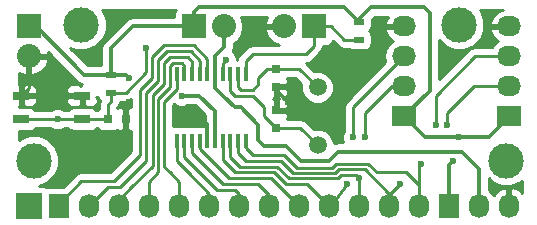
<source format=gbr>
G04 #@! TF.FileFunction,Copper,L1,Top,Signal*
%FSLAX46Y46*%
G04 Gerber Fmt 4.6, Leading zero omitted, Abs format (unit mm)*
G04 Created by KiCad (PCBNEW 0.201510100348+6257~30~ubuntu14.04.1-product) date jeu. 15 oct. 2015 23:40:22 CEST*
%MOMM*%
G01*
G04 APERTURE LIST*
%ADD10C,0.100000*%
%ADD11R,0.750000X0.800000*%
%ADD12R,0.800000X0.750000*%
%ADD13R,2.032000X2.032000*%
%ADD14O,2.032000X2.032000*%
%ADD15R,1.727200X2.032000*%
%ADD16O,1.727200X2.032000*%
%ADD17R,2.235200X2.235200*%
%ADD18R,2.032000X1.727200*%
%ADD19O,2.032000X1.727200*%
%ADD20R,0.900000X0.500000*%
%ADD21R,1.450000X0.700000*%
%ADD22R,0.300000X1.200000*%
%ADD23C,3.000000*%
%ADD24C,1.501140*%
%ADD25C,0.600000*%
%ADD26C,0.250000*%
%ADD27C,0.350000*%
%ADD28C,0.254000*%
G04 APERTURE END LIST*
D10*
D11*
X136500000Y-107750000D03*
X136500000Y-109250000D03*
X136500000Y-112750000D03*
X136500000Y-111250000D03*
D12*
X122250000Y-112000000D03*
X123750000Y-112000000D03*
D13*
X129540000Y-104140000D03*
D14*
X132080000Y-104140000D03*
D15*
X118110000Y-119380000D03*
D16*
X120650000Y-119380000D03*
X123190000Y-119380000D03*
X125730000Y-119380000D03*
X128270000Y-119380000D03*
X130810000Y-119380000D03*
X133350000Y-119380000D03*
X135890000Y-119380000D03*
X138430000Y-119380000D03*
X140970000Y-119380000D03*
X143510000Y-119380000D03*
X146050000Y-119380000D03*
X148590000Y-119380000D03*
D17*
X115570000Y-119380000D03*
D13*
X139700000Y-104140000D03*
D14*
X137160000Y-104140000D03*
D13*
X115570000Y-104140000D03*
D14*
X115570000Y-106680000D03*
D15*
X151130000Y-119380000D03*
D16*
X153670000Y-119380000D03*
X156210000Y-119380000D03*
D18*
X156210000Y-111760000D03*
D19*
X156210000Y-109220000D03*
X156210000Y-106680000D03*
X156210000Y-104140000D03*
D18*
X147320000Y-111760000D03*
D19*
X147320000Y-109220000D03*
X147320000Y-106680000D03*
X147320000Y-104140000D03*
D20*
X143500000Y-103750000D03*
X143500000Y-105250000D03*
X122500000Y-108250000D03*
X122500000Y-109750000D03*
D21*
X120075000Y-110000000D03*
X114925000Y-110000000D03*
X114925000Y-112000000D03*
X120075000Y-112000000D03*
D22*
X133275000Y-113800000D03*
X133925000Y-113800000D03*
X132625000Y-113800000D03*
X131975000Y-113800000D03*
X131325000Y-113800000D03*
X130675000Y-113800000D03*
X130025000Y-113800000D03*
X129375000Y-113800000D03*
X128075000Y-108200000D03*
X128725000Y-108200000D03*
X129375000Y-108200000D03*
X130025000Y-108200000D03*
X133925000Y-108200000D03*
X133275000Y-108200000D03*
X132625000Y-108200000D03*
X131975000Y-108200000D03*
X131325000Y-108200000D03*
X130675000Y-108200000D03*
X128725000Y-113800000D03*
X128075000Y-113800000D03*
D23*
X120000000Y-104000000D03*
X156000000Y-115500000D03*
X152000000Y-104000000D03*
X116000000Y-115500000D03*
D24*
X140000000Y-109309060D03*
X140000000Y-114190940D03*
D25*
X130250000Y-112000000D03*
X121000000Y-107000000D03*
X137500000Y-110500000D03*
X124000000Y-110500000D03*
X125500000Y-106000000D03*
X132250000Y-107000000D03*
X118000000Y-112000000D03*
X128500000Y-110000000D03*
X124000000Y-108500000D03*
X152000000Y-113500000D03*
X151500000Y-115500000D03*
X143000000Y-113500000D03*
X142500000Y-117500000D03*
X144000000Y-113500000D03*
X143500000Y-117000000D03*
X151000000Y-112500000D03*
X147000000Y-117500000D03*
X150000000Y-112500000D03*
X148750000Y-115750000D03*
D26*
X136500000Y-107750000D02*
X138440940Y-107750000D01*
X138440940Y-107750000D02*
X140000000Y-109309060D01*
X133275000Y-108200000D02*
X133275000Y-109275000D01*
X135750000Y-107750000D02*
X136500000Y-107750000D01*
X135000000Y-108500000D02*
X135750000Y-107750000D01*
X135000000Y-109000000D02*
X135000000Y-108500000D01*
X134500000Y-109500000D02*
X135000000Y-109000000D01*
X133500000Y-109500000D02*
X134500000Y-109500000D01*
X133275000Y-109275000D02*
X133500000Y-109500000D01*
D27*
X130675000Y-113800000D02*
X130675000Y-112425000D01*
X130675000Y-112425000D02*
X130250000Y-112000000D01*
D26*
X136500000Y-109250000D02*
X136500000Y-111250000D01*
X137500000Y-110500000D02*
X136500000Y-109500000D01*
X136500000Y-109500000D02*
X136500000Y-109250000D01*
X114925000Y-110000000D02*
X120075000Y-110000000D01*
X115570000Y-106680000D02*
X115570000Y-109355000D01*
X115570000Y-109355000D02*
X114925000Y-110000000D01*
X123750000Y-110750000D02*
X123750000Y-112000000D01*
X124000000Y-110500000D02*
X123750000Y-110750000D01*
X136500000Y-112750000D02*
X138559060Y-112750000D01*
X138559060Y-112750000D02*
X140000000Y-114190940D01*
X132625000Y-108200000D02*
X132625000Y-109625000D01*
X135500000Y-111750000D02*
X136500000Y-112750000D01*
X135500000Y-111000000D02*
X135500000Y-111750000D01*
X134500000Y-110000000D02*
X135500000Y-111000000D01*
X133000000Y-110000000D02*
X134500000Y-110000000D01*
X132625000Y-109625000D02*
X133000000Y-110000000D01*
X136500000Y-112750000D02*
X136250000Y-112750000D01*
X131975000Y-108200000D02*
X131975000Y-107275000D01*
X131975000Y-107275000D02*
X132250000Y-107000000D01*
X122500000Y-109750000D02*
X123750000Y-109750000D01*
X123750000Y-109750000D02*
X125500000Y-108000000D01*
X125500000Y-108000000D02*
X125500000Y-106500000D01*
X125500000Y-106500000D02*
X125500000Y-106000000D01*
X132225000Y-107025000D02*
X132250000Y-107000000D01*
X122250000Y-112000000D02*
X122250000Y-110750000D01*
X122500000Y-110500000D02*
X122500000Y-109750000D01*
X122250000Y-110750000D02*
X122500000Y-110500000D01*
X120075000Y-112000000D02*
X122250000Y-112000000D01*
X114925000Y-112000000D02*
X118000000Y-112000000D01*
X120075000Y-112000000D02*
X118000000Y-112000000D01*
D27*
X131325000Y-113800000D02*
X131325000Y-111325000D01*
X123750000Y-108250000D02*
X122500000Y-108250000D01*
X123750000Y-108250000D02*
X124000000Y-108500000D01*
X130000000Y-110000000D02*
X128500000Y-110000000D01*
X131325000Y-111325000D02*
X130000000Y-110000000D01*
D26*
X143500000Y-103750000D02*
X143500000Y-103500000D01*
D27*
X143500000Y-103500000D02*
X144500000Y-102500000D01*
X149500000Y-109580000D02*
X147320000Y-111760000D01*
X149500000Y-103000000D02*
X149500000Y-109580000D01*
X149000000Y-102500000D02*
X149500000Y-103000000D01*
X144500000Y-102500000D02*
X149000000Y-102500000D01*
X129540000Y-104140000D02*
X129540000Y-102960000D01*
X142250000Y-102500000D02*
X143500000Y-103750000D01*
X130000000Y-102500000D02*
X142250000Y-102500000D01*
X129540000Y-102960000D02*
X130000000Y-102500000D01*
X122500000Y-108250000D02*
X122500000Y-106000000D01*
X124360000Y-104140000D02*
X129540000Y-104140000D01*
X122500000Y-106000000D02*
X124360000Y-104140000D01*
D26*
X115570000Y-104140000D02*
X116140000Y-104140000D01*
D27*
X116140000Y-104140000D02*
X120250000Y-108250000D01*
X120250000Y-108250000D02*
X122500000Y-108250000D01*
X151130000Y-119380000D02*
X151130000Y-115870000D01*
X151500000Y-115500000D02*
X151130000Y-115870000D01*
D26*
X156210000Y-111760000D02*
X156210000Y-111790000D01*
D27*
X156210000Y-111790000D02*
X154500000Y-113500000D01*
X154500000Y-113500000D02*
X152000000Y-113500000D01*
X152000000Y-113500000D02*
X149060000Y-113500000D01*
X149060000Y-113500000D02*
X147320000Y-111760000D01*
X141250000Y-115250000D02*
X141249994Y-115250000D01*
X135000000Y-113750000D02*
X135500000Y-114250000D01*
X131325000Y-108200000D02*
X131325000Y-109325000D01*
X135000000Y-113500000D02*
X135000000Y-113000000D01*
X135000000Y-113000000D02*
X135000000Y-112500000D01*
X135000000Y-112500000D02*
X133500000Y-111000000D01*
X133500000Y-111000000D02*
X133000000Y-111000000D01*
X133000000Y-111000000D02*
X132000000Y-110000000D01*
X131325000Y-109325000D02*
X132000000Y-110000000D01*
X135000000Y-113500000D02*
X135000000Y-113750000D01*
X141750000Y-114750000D02*
X141250000Y-115250000D01*
X153670000Y-116170000D02*
X153670000Y-119380000D01*
X152250000Y-114750000D02*
X153670000Y-116170000D01*
X152250000Y-114750000D02*
X141750000Y-114750000D01*
X137350000Y-114250000D02*
X135500000Y-114250000D01*
X138600000Y-115500000D02*
X137350000Y-114250000D01*
X140999994Y-115500000D02*
X138600000Y-115500000D01*
X141249994Y-115250000D02*
X140999994Y-115500000D01*
X131325000Y-108200000D02*
X131325000Y-106675000D01*
X132080000Y-105920000D02*
X132080000Y-104140000D01*
X131325000Y-106675000D02*
X132080000Y-105920000D01*
D26*
X118110000Y-119380000D02*
X118110000Y-119140000D01*
X118110000Y-119140000D02*
X120000000Y-117250000D01*
X130675000Y-108200000D02*
X130675000Y-106925000D01*
X122750000Y-117250000D02*
X120000000Y-117250000D01*
X125000000Y-115000000D02*
X122750000Y-117250000D01*
X125000000Y-109500000D02*
X125000000Y-115000000D01*
X126000000Y-108500000D02*
X125000000Y-109500000D01*
X126000000Y-106750000D02*
X126000000Y-108500000D01*
X127000000Y-105750000D02*
X126000000Y-106750000D01*
X129500000Y-105750000D02*
X127000000Y-105750000D01*
X130675000Y-106925000D02*
X129500000Y-105750000D01*
X130025000Y-108200000D02*
X130025000Y-107025000D01*
X122280000Y-117750000D02*
X120650000Y-119380000D01*
X123250000Y-117750000D02*
X122280000Y-117750000D01*
X125500000Y-115500000D02*
X123250000Y-117750000D01*
X125500000Y-109750000D02*
X125500000Y-115500000D01*
X126500000Y-108750000D02*
X125500000Y-109750000D01*
X126500000Y-107000000D02*
X126500000Y-108750000D01*
X127250000Y-106250000D02*
X126500000Y-107000000D01*
X129250000Y-106250000D02*
X127250000Y-106250000D01*
X130025000Y-107025000D02*
X129250000Y-106250000D01*
X123190000Y-119380000D02*
X123190000Y-118810000D01*
X123190000Y-118810000D02*
X124250000Y-117750000D01*
X129375000Y-108200000D02*
X129375000Y-107125000D01*
X126049998Y-115950002D02*
X124250000Y-117750000D01*
X126049998Y-109950002D02*
X126049998Y-115950002D01*
X127000000Y-109000000D02*
X126049998Y-109950002D01*
X127000000Y-107250000D02*
X127000000Y-109000000D01*
X127500000Y-106750000D02*
X127000000Y-107250000D01*
X129000000Y-106750000D02*
X127500000Y-106750000D01*
X129375000Y-107125000D02*
X129000000Y-106750000D01*
X125730000Y-119380000D02*
X125730000Y-117270000D01*
X128725000Y-107475000D02*
X128500000Y-107250000D01*
X128500000Y-107250000D02*
X127750000Y-107250000D01*
X127750000Y-107250000D02*
X127500000Y-107500000D01*
X127500000Y-107500000D02*
X127500000Y-109250000D01*
X127500000Y-109250000D02*
X126500000Y-110250000D01*
X126500000Y-110250000D02*
X126500000Y-116500000D01*
X128725000Y-107475000D02*
X128725000Y-108200000D01*
X125730000Y-117270000D02*
X126500000Y-116500000D01*
X128270000Y-119380000D02*
X128270000Y-117270000D01*
X128075000Y-109425000D02*
X127000000Y-110500000D01*
X127000000Y-110500000D02*
X127000000Y-116000000D01*
X127000000Y-116000000D02*
X127500000Y-116500000D01*
X128075000Y-109425000D02*
X128075000Y-108200000D01*
X128270000Y-117270000D02*
X127500000Y-116500000D01*
X130810000Y-119380000D02*
X130810000Y-118310000D01*
X128075000Y-115575000D02*
X129000000Y-116500000D01*
X128075000Y-115575000D02*
X128075000Y-113800000D01*
X130810000Y-118310000D02*
X129000000Y-116500000D01*
X128725000Y-113800000D02*
X128725000Y-115225000D01*
X133350000Y-118300002D02*
X133049998Y-118000000D01*
X133049998Y-118000000D02*
X131500000Y-118000000D01*
X131500000Y-118000000D02*
X130000000Y-116500000D01*
X133350000Y-118300002D02*
X133350000Y-119380000D01*
X128725000Y-115225000D02*
X130000000Y-116500000D01*
X135890000Y-119380000D02*
X135890000Y-118390000D01*
X135890000Y-118390000D02*
X135000000Y-117500000D01*
X135000000Y-117500000D02*
X134500000Y-117500000D01*
X129375000Y-113800000D02*
X129375000Y-114875000D01*
X132000000Y-117500000D02*
X134500000Y-117500000D01*
X134500000Y-117500000D02*
X134500000Y-117500000D01*
X129375000Y-114875000D02*
X132000000Y-117500000D01*
X136000000Y-117000000D02*
X136050000Y-117000000D01*
X136000000Y-117000000D02*
X135500000Y-117000000D01*
X130025000Y-113800000D02*
X130025000Y-114525000D01*
X132500000Y-117000000D02*
X135500000Y-117000000D01*
X130025000Y-114525000D02*
X132500000Y-117000000D01*
X136050000Y-117000000D02*
X138430000Y-119380000D01*
X147320000Y-106680000D02*
X145500000Y-108500000D01*
X143000000Y-111000000D02*
X145500000Y-108500000D01*
X143000000Y-113500000D02*
X143000000Y-111000000D01*
X142500000Y-117500000D02*
X141500000Y-118850000D01*
X141500000Y-118850000D02*
X140970000Y-119380000D01*
X136300000Y-116500000D02*
X137300000Y-117500000D01*
X136300000Y-116500000D02*
X133500000Y-116500000D01*
X131975000Y-113800000D02*
X131975000Y-115475000D01*
X133000000Y-116500000D02*
X133500000Y-116500000D01*
X131975000Y-115475000D02*
X133000000Y-116500000D01*
X139090000Y-117500000D02*
X140970000Y-119380000D01*
X137300000Y-117500000D02*
X139090000Y-117500000D01*
X137950002Y-117000000D02*
X137600000Y-117000000D01*
X137950002Y-117000000D02*
X141750000Y-117000000D01*
X141750000Y-117000000D02*
X142000000Y-116750000D01*
X142000000Y-116750000D02*
X143250000Y-116750000D01*
X143500000Y-117000000D02*
X143250000Y-116750000D01*
X136600000Y-116000000D02*
X133500000Y-116000000D01*
X137600000Y-117000000D02*
X136600000Y-116000000D01*
X133500000Y-116000000D02*
X133450002Y-116000000D01*
X133450002Y-116000000D02*
X132625000Y-115174998D01*
X132625000Y-115174998D02*
X132625000Y-113800000D01*
X133500000Y-116000000D02*
X133549998Y-116000000D01*
X143510000Y-119380000D02*
X143510000Y-116990000D01*
X143500000Y-117000000D02*
X143510000Y-116990000D01*
X147320000Y-109220000D02*
X146280000Y-109220000D01*
X144000000Y-111500000D02*
X144000000Y-113500000D01*
X146280000Y-109220000D02*
X144000000Y-111500000D01*
X146050000Y-119380000D02*
X146050000Y-118300000D01*
X133275000Y-114824998D02*
X133950002Y-115500000D01*
X133950002Y-115500000D02*
X136900000Y-115500000D01*
X136900000Y-115500000D02*
X137400000Y-116000000D01*
X133275000Y-114824998D02*
X133275000Y-113800000D01*
X137949998Y-116549998D02*
X137400000Y-116000000D01*
X141500000Y-116549998D02*
X137949998Y-116549998D01*
X141799998Y-116250000D02*
X141500000Y-116549998D01*
X144000000Y-116250000D02*
X141799998Y-116250000D01*
X146050000Y-118300000D02*
X144000000Y-116250000D01*
X146050000Y-119380000D02*
X146050000Y-118450000D01*
X146050000Y-118450000D02*
X147000000Y-117500000D01*
X153280000Y-109220000D02*
X156210000Y-109220000D01*
X151000000Y-111500000D02*
X153280000Y-109220000D01*
X151000000Y-112500000D02*
X151000000Y-111500000D01*
X156210000Y-109220000D02*
X155280000Y-109220000D01*
X146050000Y-119380000D02*
X146050000Y-118950000D01*
X148590000Y-119380000D02*
X148590000Y-117590000D01*
X133925000Y-114425000D02*
X134500000Y-115000000D01*
X134500000Y-115000000D02*
X135500000Y-115000000D01*
X137200000Y-115000000D02*
X135500000Y-115000000D01*
X137700000Y-115500000D02*
X137200000Y-115000000D01*
X133925000Y-114425000D02*
X133925000Y-113800000D01*
X138299996Y-116099996D02*
X137700000Y-115500000D01*
X141250000Y-116099996D02*
X138299996Y-116099996D01*
X141599996Y-115750000D02*
X141250000Y-116099996D01*
X144250000Y-115750000D02*
X141599996Y-115750000D01*
X145000000Y-116500000D02*
X144250000Y-115750000D01*
X147500000Y-116500000D02*
X145000000Y-116500000D01*
X148590000Y-117590000D02*
X147500000Y-116500000D01*
X148590000Y-115910000D02*
X148590000Y-117500000D01*
X148590000Y-117500000D02*
X148590000Y-119380000D01*
X148590000Y-115910000D02*
X148750000Y-115750000D01*
X153320000Y-106680000D02*
X156210000Y-106680000D01*
X150000000Y-110000000D02*
X153320000Y-106680000D01*
X150000000Y-112500000D02*
X150000000Y-110000000D01*
X148590000Y-115910000D02*
X148750000Y-115750000D01*
X139700000Y-104140000D02*
X141140000Y-104140000D01*
X142250000Y-105250000D02*
X143500000Y-105250000D01*
X141140000Y-104140000D02*
X142250000Y-105250000D01*
X133925000Y-108200000D02*
X133925000Y-107075000D01*
X139700000Y-105800000D02*
X139000000Y-106500000D01*
X139000000Y-106500000D02*
X135500000Y-106500000D01*
X139700000Y-105800000D02*
X139700000Y-104140000D01*
X134500000Y-106500000D02*
X135500000Y-106500000D01*
X133925000Y-107075000D02*
X134500000Y-106500000D01*
X140090000Y-103750000D02*
X139700000Y-104140000D01*
D28*
G36*
X154789041Y-117308909D02*
X155573459Y-117634628D01*
X156422815Y-117635370D01*
X157207800Y-117311020D01*
X157290000Y-117228963D01*
X157290000Y-118228453D01*
X157112036Y-118029268D01*
X156584791Y-117775291D01*
X156569026Y-117772642D01*
X156337000Y-117893783D01*
X156337000Y-119253000D01*
X156357000Y-119253000D01*
X156357000Y-119507000D01*
X156337000Y-119507000D01*
X156337000Y-119527000D01*
X156083000Y-119527000D01*
X156083000Y-119507000D01*
X156063000Y-119507000D01*
X156063000Y-119253000D01*
X156083000Y-119253000D01*
X156083000Y-117893783D01*
X155850974Y-117772642D01*
X155835209Y-117775291D01*
X155307964Y-118029268D01*
X154936461Y-118445069D01*
X154729670Y-118135585D01*
X154480000Y-117968761D01*
X154480000Y-116999328D01*
X154789041Y-117308909D01*
X154789041Y-117308909D01*
G37*
X154789041Y-117308909D02*
X155573459Y-117634628D01*
X156422815Y-117635370D01*
X157207800Y-117311020D01*
X157290000Y-117228963D01*
X157290000Y-118228453D01*
X157112036Y-118029268D01*
X156584791Y-117775291D01*
X156569026Y-117772642D01*
X156337000Y-117893783D01*
X156337000Y-119253000D01*
X156357000Y-119253000D01*
X156357000Y-119507000D01*
X156337000Y-119507000D01*
X156337000Y-119527000D01*
X156083000Y-119527000D01*
X156083000Y-119507000D01*
X156063000Y-119507000D01*
X156063000Y-119253000D01*
X156083000Y-119253000D01*
X156083000Y-117893783D01*
X155850974Y-117772642D01*
X155835209Y-117775291D01*
X155307964Y-118029268D01*
X154936461Y-118445069D01*
X154729670Y-118135585D01*
X154480000Y-117968761D01*
X154480000Y-116999328D01*
X154789041Y-117308909D01*
G36*
X115697000Y-119253000D02*
X115717000Y-119253000D01*
X115717000Y-119507000D01*
X115697000Y-119507000D01*
X115697000Y-119527000D01*
X115443000Y-119527000D01*
X115443000Y-119507000D01*
X115423000Y-119507000D01*
X115423000Y-119253000D01*
X115443000Y-119253000D01*
X115443000Y-119233000D01*
X115697000Y-119233000D01*
X115697000Y-119253000D01*
X115697000Y-119253000D01*
G37*
X115697000Y-119253000D02*
X115717000Y-119253000D01*
X115717000Y-119507000D01*
X115697000Y-119507000D01*
X115697000Y-119527000D01*
X115443000Y-119527000D01*
X115443000Y-119507000D01*
X115423000Y-119507000D01*
X115423000Y-119253000D01*
X115443000Y-119253000D01*
X115443000Y-119233000D01*
X115697000Y-119233000D01*
X115697000Y-119253000D01*
G36*
X124240000Y-110990000D02*
X124035750Y-110990000D01*
X123877000Y-111148750D01*
X123877000Y-111873000D01*
X123897000Y-111873000D01*
X123897000Y-112127000D01*
X123877000Y-112127000D01*
X123877000Y-112851250D01*
X124035750Y-113010000D01*
X124240000Y-113010000D01*
X124240000Y-114685198D01*
X122435198Y-116490000D01*
X120000000Y-116490000D01*
X119709161Y-116547852D01*
X119462599Y-116712599D01*
X118458638Y-117716560D01*
X117246400Y-117716560D01*
X117072506Y-117749281D01*
X117047298Y-117724073D01*
X116813909Y-117627400D01*
X116442104Y-117627400D01*
X117207800Y-117311020D01*
X117808909Y-116710959D01*
X118134628Y-115926541D01*
X118135370Y-115077185D01*
X117811020Y-114292200D01*
X117210959Y-113691091D01*
X116426541Y-113365372D01*
X115577185Y-113364630D01*
X114792200Y-113688980D01*
X114710000Y-113771037D01*
X114710000Y-112997440D01*
X115650000Y-112997440D01*
X115885317Y-112953162D01*
X116101441Y-112814090D01*
X116138399Y-112760000D01*
X117437537Y-112760000D01*
X117469673Y-112792192D01*
X117813201Y-112934838D01*
X118185167Y-112935162D01*
X118528943Y-112793117D01*
X118562118Y-112760000D01*
X118859243Y-112760000D01*
X118885910Y-112801441D01*
X119098110Y-112946431D01*
X119350000Y-112997440D01*
X120800000Y-112997440D01*
X121035317Y-112953162D01*
X121251441Y-112814090D01*
X121288399Y-112760000D01*
X121343156Y-112760000D01*
X121385910Y-112826441D01*
X121598110Y-112971431D01*
X121850000Y-113022440D01*
X122650000Y-113022440D01*
X122885317Y-112978162D01*
X122988646Y-112911671D01*
X122990302Y-112913327D01*
X123223691Y-113010000D01*
X123464250Y-113010000D01*
X123623000Y-112851250D01*
X123623000Y-112127000D01*
X123603000Y-112127000D01*
X123603000Y-111873000D01*
X123623000Y-111873000D01*
X123623000Y-111148750D01*
X123464250Y-110990000D01*
X123223691Y-110990000D01*
X123010000Y-111078514D01*
X123010000Y-111064802D01*
X123037401Y-111037401D01*
X123202148Y-110790840D01*
X123247430Y-110563193D01*
X123330095Y-110510000D01*
X123750000Y-110510000D01*
X124040839Y-110452148D01*
X124240000Y-110319073D01*
X124240000Y-110990000D01*
X124240000Y-110990000D01*
G37*
X124240000Y-110990000D02*
X124035750Y-110990000D01*
X123877000Y-111148750D01*
X123877000Y-111873000D01*
X123897000Y-111873000D01*
X123897000Y-112127000D01*
X123877000Y-112127000D01*
X123877000Y-112851250D01*
X124035750Y-113010000D01*
X124240000Y-113010000D01*
X124240000Y-114685198D01*
X122435198Y-116490000D01*
X120000000Y-116490000D01*
X119709161Y-116547852D01*
X119462599Y-116712599D01*
X118458638Y-117716560D01*
X117246400Y-117716560D01*
X117072506Y-117749281D01*
X117047298Y-117724073D01*
X116813909Y-117627400D01*
X116442104Y-117627400D01*
X117207800Y-117311020D01*
X117808909Y-116710959D01*
X118134628Y-115926541D01*
X118135370Y-115077185D01*
X117811020Y-114292200D01*
X117210959Y-113691091D01*
X116426541Y-113365372D01*
X115577185Y-113364630D01*
X114792200Y-113688980D01*
X114710000Y-113771037D01*
X114710000Y-112997440D01*
X115650000Y-112997440D01*
X115885317Y-112953162D01*
X116101441Y-112814090D01*
X116138399Y-112760000D01*
X117437537Y-112760000D01*
X117469673Y-112792192D01*
X117813201Y-112934838D01*
X118185167Y-112935162D01*
X118528943Y-112793117D01*
X118562118Y-112760000D01*
X118859243Y-112760000D01*
X118885910Y-112801441D01*
X119098110Y-112946431D01*
X119350000Y-112997440D01*
X120800000Y-112997440D01*
X121035317Y-112953162D01*
X121251441Y-112814090D01*
X121288399Y-112760000D01*
X121343156Y-112760000D01*
X121385910Y-112826441D01*
X121598110Y-112971431D01*
X121850000Y-113022440D01*
X122650000Y-113022440D01*
X122885317Y-112978162D01*
X122988646Y-112911671D01*
X122990302Y-112913327D01*
X123223691Y-113010000D01*
X123464250Y-113010000D01*
X123623000Y-112851250D01*
X123623000Y-112127000D01*
X123603000Y-112127000D01*
X123603000Y-111873000D01*
X123623000Y-111873000D01*
X123623000Y-111148750D01*
X123464250Y-110990000D01*
X123223691Y-110990000D01*
X123010000Y-111078514D01*
X123010000Y-111064802D01*
X123037401Y-111037401D01*
X123202148Y-110790840D01*
X123247430Y-110563193D01*
X123330095Y-110510000D01*
X123750000Y-110510000D01*
X124040839Y-110452148D01*
X124240000Y-110319073D01*
X124240000Y-110990000D01*
G36*
X145715291Y-103765209D02*
X145712642Y-103780974D01*
X145833783Y-104013000D01*
X147193000Y-104013000D01*
X147193000Y-103993000D01*
X147447000Y-103993000D01*
X147447000Y-104013000D01*
X147467000Y-104013000D01*
X147467000Y-104267000D01*
X147447000Y-104267000D01*
X147447000Y-104287000D01*
X147193000Y-104287000D01*
X147193000Y-104267000D01*
X145833783Y-104267000D01*
X145712642Y-104499026D01*
X145715291Y-104514791D01*
X145969268Y-105042036D01*
X146385069Y-105413539D01*
X146075585Y-105620330D01*
X145750729Y-106106511D01*
X145636655Y-106680000D01*
X145737619Y-107187579D01*
X142462599Y-110462599D01*
X142297852Y-110709161D01*
X142240000Y-111000000D01*
X142240000Y-112937537D01*
X142207808Y-112969673D01*
X142065162Y-113313201D01*
X142064838Y-113685167D01*
X142170133Y-113940000D01*
X141750000Y-113940000D01*
X141577897Y-113974234D01*
X141440027Y-114001657D01*
X141385704Y-114037954D01*
X141385810Y-113916542D01*
X141175314Y-113407103D01*
X140785887Y-113016996D01*
X140276816Y-112805611D01*
X139725602Y-112805130D01*
X139699696Y-112815834D01*
X139096461Y-112212599D01*
X138849899Y-112047852D01*
X138559060Y-111990000D01*
X137421486Y-111990000D01*
X137510000Y-111776309D01*
X137510000Y-111535750D01*
X137351250Y-111377000D01*
X136627000Y-111377000D01*
X136627000Y-111397000D01*
X136373000Y-111397000D01*
X136373000Y-111377000D01*
X136353000Y-111377000D01*
X136353000Y-111123000D01*
X136373000Y-111123000D01*
X136373000Y-110373750D01*
X136249250Y-110250000D01*
X136373000Y-110126250D01*
X136373000Y-109377000D01*
X136627000Y-109377000D01*
X136627000Y-110126250D01*
X136750750Y-110250000D01*
X136627000Y-110373750D01*
X136627000Y-111123000D01*
X137351250Y-111123000D01*
X137510000Y-110964250D01*
X137510000Y-110723691D01*
X137413327Y-110490302D01*
X137234699Y-110311673D01*
X137085807Y-110250000D01*
X137234699Y-110188327D01*
X137413327Y-110009698D01*
X137510000Y-109776309D01*
X137510000Y-109535750D01*
X137351250Y-109377000D01*
X136627000Y-109377000D01*
X136373000Y-109377000D01*
X136353000Y-109377000D01*
X136353000Y-109123000D01*
X136373000Y-109123000D01*
X136373000Y-109103000D01*
X136627000Y-109103000D01*
X136627000Y-109123000D01*
X137351250Y-109123000D01*
X137510000Y-108964250D01*
X137510000Y-108723691D01*
X137421486Y-108510000D01*
X138126138Y-108510000D01*
X138624562Y-109008424D01*
X138614671Y-109032244D01*
X138614190Y-109583458D01*
X138824686Y-110092897D01*
X139214113Y-110483004D01*
X139723184Y-110694389D01*
X140274398Y-110694870D01*
X140783837Y-110484374D01*
X141173944Y-110094947D01*
X141385329Y-109585876D01*
X141385810Y-109034662D01*
X141175314Y-108525223D01*
X140785887Y-108135116D01*
X140276816Y-107923731D01*
X139725602Y-107923250D01*
X139699696Y-107933954D01*
X139021471Y-107255729D01*
X139290839Y-107202148D01*
X139537401Y-107037401D01*
X140237401Y-106337402D01*
X140352595Y-106165000D01*
X140402148Y-106090839D01*
X140459316Y-105803440D01*
X140716000Y-105803440D01*
X140951317Y-105759162D01*
X141167441Y-105620090D01*
X141312431Y-105407890D01*
X141315910Y-105390712D01*
X141712599Y-105787401D01*
X141959161Y-105952148D01*
X142250000Y-106010000D01*
X142671614Y-106010000D01*
X142798110Y-106096431D01*
X143050000Y-106147440D01*
X143950000Y-106147440D01*
X144185317Y-106103162D01*
X144401441Y-105964090D01*
X144546431Y-105751890D01*
X144597440Y-105500000D01*
X144597440Y-105000000D01*
X144553162Y-104764683D01*
X144414090Y-104548559D01*
X144344289Y-104500866D01*
X144401441Y-104464090D01*
X144546431Y-104251890D01*
X144597440Y-104000000D01*
X144597440Y-103548073D01*
X144835513Y-103310000D01*
X145934568Y-103310000D01*
X145715291Y-103765209D01*
X145715291Y-103765209D01*
G37*
X145715291Y-103765209D02*
X145712642Y-103780974D01*
X145833783Y-104013000D01*
X147193000Y-104013000D01*
X147193000Y-103993000D01*
X147447000Y-103993000D01*
X147447000Y-104013000D01*
X147467000Y-104013000D01*
X147467000Y-104267000D01*
X147447000Y-104267000D01*
X147447000Y-104287000D01*
X147193000Y-104287000D01*
X147193000Y-104267000D01*
X145833783Y-104267000D01*
X145712642Y-104499026D01*
X145715291Y-104514791D01*
X145969268Y-105042036D01*
X146385069Y-105413539D01*
X146075585Y-105620330D01*
X145750729Y-106106511D01*
X145636655Y-106680000D01*
X145737619Y-107187579D01*
X142462599Y-110462599D01*
X142297852Y-110709161D01*
X142240000Y-111000000D01*
X142240000Y-112937537D01*
X142207808Y-112969673D01*
X142065162Y-113313201D01*
X142064838Y-113685167D01*
X142170133Y-113940000D01*
X141750000Y-113940000D01*
X141577897Y-113974234D01*
X141440027Y-114001657D01*
X141385704Y-114037954D01*
X141385810Y-113916542D01*
X141175314Y-113407103D01*
X140785887Y-113016996D01*
X140276816Y-112805611D01*
X139725602Y-112805130D01*
X139699696Y-112815834D01*
X139096461Y-112212599D01*
X138849899Y-112047852D01*
X138559060Y-111990000D01*
X137421486Y-111990000D01*
X137510000Y-111776309D01*
X137510000Y-111535750D01*
X137351250Y-111377000D01*
X136627000Y-111377000D01*
X136627000Y-111397000D01*
X136373000Y-111397000D01*
X136373000Y-111377000D01*
X136353000Y-111377000D01*
X136353000Y-111123000D01*
X136373000Y-111123000D01*
X136373000Y-110373750D01*
X136249250Y-110250000D01*
X136373000Y-110126250D01*
X136373000Y-109377000D01*
X136627000Y-109377000D01*
X136627000Y-110126250D01*
X136750750Y-110250000D01*
X136627000Y-110373750D01*
X136627000Y-111123000D01*
X137351250Y-111123000D01*
X137510000Y-110964250D01*
X137510000Y-110723691D01*
X137413327Y-110490302D01*
X137234699Y-110311673D01*
X137085807Y-110250000D01*
X137234699Y-110188327D01*
X137413327Y-110009698D01*
X137510000Y-109776309D01*
X137510000Y-109535750D01*
X137351250Y-109377000D01*
X136627000Y-109377000D01*
X136373000Y-109377000D01*
X136353000Y-109377000D01*
X136353000Y-109123000D01*
X136373000Y-109123000D01*
X136373000Y-109103000D01*
X136627000Y-109103000D01*
X136627000Y-109123000D01*
X137351250Y-109123000D01*
X137510000Y-108964250D01*
X137510000Y-108723691D01*
X137421486Y-108510000D01*
X138126138Y-108510000D01*
X138624562Y-109008424D01*
X138614671Y-109032244D01*
X138614190Y-109583458D01*
X138824686Y-110092897D01*
X139214113Y-110483004D01*
X139723184Y-110694389D01*
X140274398Y-110694870D01*
X140783837Y-110484374D01*
X141173944Y-110094947D01*
X141385329Y-109585876D01*
X141385810Y-109034662D01*
X141175314Y-108525223D01*
X140785887Y-108135116D01*
X140276816Y-107923731D01*
X139725602Y-107923250D01*
X139699696Y-107933954D01*
X139021471Y-107255729D01*
X139290839Y-107202148D01*
X139537401Y-107037401D01*
X140237401Y-106337402D01*
X140352595Y-106165000D01*
X140402148Y-106090839D01*
X140459316Y-105803440D01*
X140716000Y-105803440D01*
X140951317Y-105759162D01*
X141167441Y-105620090D01*
X141312431Y-105407890D01*
X141315910Y-105390712D01*
X141712599Y-105787401D01*
X141959161Y-105952148D01*
X142250000Y-106010000D01*
X142671614Y-106010000D01*
X142798110Y-106096431D01*
X143050000Y-106147440D01*
X143950000Y-106147440D01*
X144185317Y-106103162D01*
X144401441Y-105964090D01*
X144546431Y-105751890D01*
X144597440Y-105500000D01*
X144597440Y-105000000D01*
X144553162Y-104764683D01*
X144414090Y-104548559D01*
X144344289Y-104500866D01*
X144401441Y-104464090D01*
X144546431Y-104251890D01*
X144597440Y-104000000D01*
X144597440Y-103548073D01*
X144835513Y-103310000D01*
X145934568Y-103310000D01*
X145715291Y-103765209D01*
G36*
X127969673Y-110792192D02*
X128313201Y-110934838D01*
X128685167Y-110935162D01*
X128988083Y-110810000D01*
X129664488Y-110810000D01*
X130515000Y-111660513D01*
X130515000Y-112638750D01*
X130441250Y-112565000D01*
X130398690Y-112565000D01*
X130345411Y-112587069D01*
X130175000Y-112552560D01*
X129875000Y-112552560D01*
X129693576Y-112586697D01*
X129525000Y-112552560D01*
X129225000Y-112552560D01*
X129043576Y-112586697D01*
X128875000Y-112552560D01*
X128575000Y-112552560D01*
X128393576Y-112586697D01*
X128225000Y-112552560D01*
X127925000Y-112552560D01*
X127760000Y-112583607D01*
X127760000Y-110814802D01*
X127876223Y-110698579D01*
X127969673Y-110792192D01*
X127969673Y-110792192D01*
G37*
X127969673Y-110792192D02*
X128313201Y-110934838D01*
X128685167Y-110935162D01*
X128988083Y-110810000D01*
X129664488Y-110810000D01*
X130515000Y-111660513D01*
X130515000Y-112638750D01*
X130441250Y-112565000D01*
X130398690Y-112565000D01*
X130345411Y-112587069D01*
X130175000Y-112552560D01*
X129875000Y-112552560D01*
X129693576Y-112586697D01*
X129525000Y-112552560D01*
X129225000Y-112552560D01*
X129043576Y-112586697D01*
X128875000Y-112552560D01*
X128575000Y-112552560D01*
X128393576Y-112586697D01*
X128225000Y-112552560D01*
X127925000Y-112552560D01*
X127760000Y-112583607D01*
X127760000Y-110814802D01*
X127876223Y-110698579D01*
X127969673Y-110792192D01*
G36*
X119677244Y-108822757D02*
X119940027Y-108998343D01*
X120023771Y-109015000D01*
X119947998Y-109015000D01*
X119947998Y-109173748D01*
X119789250Y-109015000D01*
X119223691Y-109015000D01*
X118990302Y-109111673D01*
X118811673Y-109290301D01*
X118715000Y-109523690D01*
X118715000Y-109714250D01*
X118873750Y-109873000D01*
X119948000Y-109873000D01*
X119948000Y-109853000D01*
X120202000Y-109853000D01*
X120202000Y-109873000D01*
X120222000Y-109873000D01*
X120222000Y-110127000D01*
X120202000Y-110127000D01*
X120202000Y-110826250D01*
X120360750Y-110985000D01*
X120926309Y-110985000D01*
X121159698Y-110888327D01*
X121338327Y-110709699D01*
X121435000Y-110476310D01*
X121435000Y-110285750D01*
X121276252Y-110127002D01*
X121426457Y-110127002D01*
X121446838Y-110235317D01*
X121569770Y-110426359D01*
X121547852Y-110459161D01*
X121490000Y-110750000D01*
X121490000Y-111102069D01*
X121398559Y-111160910D01*
X121344519Y-111240000D01*
X121290757Y-111240000D01*
X121264090Y-111198559D01*
X121051890Y-111053569D01*
X120800000Y-111002560D01*
X119350000Y-111002560D01*
X119114683Y-111046838D01*
X118898559Y-111185910D01*
X118861601Y-111240000D01*
X118562463Y-111240000D01*
X118530327Y-111207808D01*
X118186799Y-111065162D01*
X117814833Y-111064838D01*
X117471057Y-111206883D01*
X117437882Y-111240000D01*
X116140757Y-111240000D01*
X116114090Y-111198559D01*
X115901890Y-111053569D01*
X115650000Y-111002560D01*
X114710000Y-111002560D01*
X114710000Y-110914250D01*
X114798000Y-110826250D01*
X114798000Y-110127000D01*
X115052000Y-110127000D01*
X115052000Y-110826250D01*
X115210750Y-110985000D01*
X115776309Y-110985000D01*
X116009698Y-110888327D01*
X116188327Y-110709699D01*
X116285000Y-110476310D01*
X116285000Y-110285750D01*
X118715000Y-110285750D01*
X118715000Y-110476310D01*
X118811673Y-110709699D01*
X118990302Y-110888327D01*
X119223691Y-110985000D01*
X119789250Y-110985000D01*
X119948000Y-110826250D01*
X119948000Y-110127000D01*
X118873750Y-110127000D01*
X118715000Y-110285750D01*
X116285000Y-110285750D01*
X116126250Y-110127000D01*
X115052000Y-110127000D01*
X114798000Y-110127000D01*
X114778000Y-110127000D01*
X114778000Y-109873000D01*
X114798000Y-109873000D01*
X114798000Y-109173750D01*
X115052000Y-109173750D01*
X115052000Y-109873000D01*
X116126250Y-109873000D01*
X116285000Y-109714250D01*
X116285000Y-109523690D01*
X116188327Y-109290301D01*
X116009698Y-109111673D01*
X115776309Y-109015000D01*
X115210750Y-109015000D01*
X115052000Y-109173750D01*
X114798000Y-109173750D01*
X114710000Y-109085750D01*
X114710000Y-108066949D01*
X115187054Y-108285983D01*
X115443000Y-108167367D01*
X115443000Y-106807000D01*
X115697000Y-106807000D01*
X115697000Y-108167367D01*
X115952946Y-108285983D01*
X116538379Y-108017188D01*
X116976385Y-107544818D01*
X117175975Y-107062944D01*
X117056836Y-106807000D01*
X115697000Y-106807000D01*
X115443000Y-106807000D01*
X115423000Y-106807000D01*
X115423000Y-106553000D01*
X115443000Y-106553000D01*
X115443000Y-106533000D01*
X115697000Y-106533000D01*
X115697000Y-106553000D01*
X117056836Y-106553000D01*
X117168215Y-106313727D01*
X119677244Y-108822757D01*
X119677244Y-108822757D01*
G37*
X119677244Y-108822757D02*
X119940027Y-108998343D01*
X120023771Y-109015000D01*
X119947998Y-109015000D01*
X119947998Y-109173748D01*
X119789250Y-109015000D01*
X119223691Y-109015000D01*
X118990302Y-109111673D01*
X118811673Y-109290301D01*
X118715000Y-109523690D01*
X118715000Y-109714250D01*
X118873750Y-109873000D01*
X119948000Y-109873000D01*
X119948000Y-109853000D01*
X120202000Y-109853000D01*
X120202000Y-109873000D01*
X120222000Y-109873000D01*
X120222000Y-110127000D01*
X120202000Y-110127000D01*
X120202000Y-110826250D01*
X120360750Y-110985000D01*
X120926309Y-110985000D01*
X121159698Y-110888327D01*
X121338327Y-110709699D01*
X121435000Y-110476310D01*
X121435000Y-110285750D01*
X121276252Y-110127002D01*
X121426457Y-110127002D01*
X121446838Y-110235317D01*
X121569770Y-110426359D01*
X121547852Y-110459161D01*
X121490000Y-110750000D01*
X121490000Y-111102069D01*
X121398559Y-111160910D01*
X121344519Y-111240000D01*
X121290757Y-111240000D01*
X121264090Y-111198559D01*
X121051890Y-111053569D01*
X120800000Y-111002560D01*
X119350000Y-111002560D01*
X119114683Y-111046838D01*
X118898559Y-111185910D01*
X118861601Y-111240000D01*
X118562463Y-111240000D01*
X118530327Y-111207808D01*
X118186799Y-111065162D01*
X117814833Y-111064838D01*
X117471057Y-111206883D01*
X117437882Y-111240000D01*
X116140757Y-111240000D01*
X116114090Y-111198559D01*
X115901890Y-111053569D01*
X115650000Y-111002560D01*
X114710000Y-111002560D01*
X114710000Y-110914250D01*
X114798000Y-110826250D01*
X114798000Y-110127000D01*
X115052000Y-110127000D01*
X115052000Y-110826250D01*
X115210750Y-110985000D01*
X115776309Y-110985000D01*
X116009698Y-110888327D01*
X116188327Y-110709699D01*
X116285000Y-110476310D01*
X116285000Y-110285750D01*
X118715000Y-110285750D01*
X118715000Y-110476310D01*
X118811673Y-110709699D01*
X118990302Y-110888327D01*
X119223691Y-110985000D01*
X119789250Y-110985000D01*
X119948000Y-110826250D01*
X119948000Y-110127000D01*
X118873750Y-110127000D01*
X118715000Y-110285750D01*
X116285000Y-110285750D01*
X116126250Y-110127000D01*
X115052000Y-110127000D01*
X114798000Y-110127000D01*
X114778000Y-110127000D01*
X114778000Y-109873000D01*
X114798000Y-109873000D01*
X114798000Y-109173750D01*
X115052000Y-109173750D01*
X115052000Y-109873000D01*
X116126250Y-109873000D01*
X116285000Y-109714250D01*
X116285000Y-109523690D01*
X116188327Y-109290301D01*
X116009698Y-109111673D01*
X115776309Y-109015000D01*
X115210750Y-109015000D01*
X115052000Y-109173750D01*
X114798000Y-109173750D01*
X114710000Y-109085750D01*
X114710000Y-108066949D01*
X115187054Y-108285983D01*
X115443000Y-108167367D01*
X115443000Y-106807000D01*
X115697000Y-106807000D01*
X115697000Y-108167367D01*
X115952946Y-108285983D01*
X116538379Y-108017188D01*
X116976385Y-107544818D01*
X117175975Y-107062944D01*
X117056836Y-106807000D01*
X115697000Y-106807000D01*
X115443000Y-106807000D01*
X115423000Y-106807000D01*
X115423000Y-106553000D01*
X115443000Y-106553000D01*
X115443000Y-106533000D01*
X115697000Y-106533000D01*
X115697000Y-106553000D01*
X117056836Y-106553000D01*
X117168215Y-106313727D01*
X119677244Y-108822757D01*
G36*
X155295680Y-102848046D02*
X154859268Y-103237964D01*
X154605291Y-103765209D01*
X154602642Y-103780974D01*
X154723783Y-104013000D01*
X156083000Y-104013000D01*
X156083000Y-103993000D01*
X156337000Y-103993000D01*
X156337000Y-104013000D01*
X156357000Y-104013000D01*
X156357000Y-104267000D01*
X156337000Y-104267000D01*
X156337000Y-104287000D01*
X156083000Y-104287000D01*
X156083000Y-104267000D01*
X154723783Y-104267000D01*
X154602642Y-104499026D01*
X154605291Y-104514791D01*
X154859268Y-105042036D01*
X155275069Y-105413539D01*
X154965585Y-105620330D01*
X154765352Y-105920000D01*
X153320000Y-105920000D01*
X153029161Y-105977852D01*
X152782599Y-106142599D01*
X150310000Y-108615198D01*
X150310000Y-105329031D01*
X150789041Y-105808909D01*
X151573459Y-106134628D01*
X152422815Y-106135370D01*
X153207800Y-105811020D01*
X153808909Y-105210959D01*
X154134628Y-104426541D01*
X154135370Y-103577185D01*
X153811020Y-102792200D01*
X153728963Y-102710000D01*
X155690327Y-102710000D01*
X155295680Y-102848046D01*
X155295680Y-102848046D01*
G37*
X155295680Y-102848046D02*
X154859268Y-103237964D01*
X154605291Y-103765209D01*
X154602642Y-103780974D01*
X154723783Y-104013000D01*
X156083000Y-104013000D01*
X156083000Y-103993000D01*
X156337000Y-103993000D01*
X156337000Y-104013000D01*
X156357000Y-104013000D01*
X156357000Y-104267000D01*
X156337000Y-104267000D01*
X156337000Y-104287000D01*
X156083000Y-104287000D01*
X156083000Y-104267000D01*
X154723783Y-104267000D01*
X154602642Y-104499026D01*
X154605291Y-104514791D01*
X154859268Y-105042036D01*
X155275069Y-105413539D01*
X154965585Y-105620330D01*
X154765352Y-105920000D01*
X153320000Y-105920000D01*
X153029161Y-105977852D01*
X152782599Y-106142599D01*
X150310000Y-108615198D01*
X150310000Y-105329031D01*
X150789041Y-105808909D01*
X151573459Y-106134628D01*
X152422815Y-106135370D01*
X153207800Y-105811020D01*
X153808909Y-105210959D01*
X154134628Y-104426541D01*
X154135370Y-103577185D01*
X153811020Y-102792200D01*
X153728963Y-102710000D01*
X155690327Y-102710000D01*
X155295680Y-102848046D01*
G36*
X127927569Y-102872110D02*
X127876560Y-103124000D01*
X127876560Y-103330000D01*
X124360000Y-103330000D01*
X124050026Y-103391658D01*
X123977637Y-103440027D01*
X123787243Y-103567244D01*
X121927244Y-105427244D01*
X121751658Y-105690026D01*
X121690000Y-106000000D01*
X121690000Y-107440000D01*
X120585513Y-107440000D01*
X119071857Y-105926345D01*
X119573459Y-106134628D01*
X120422815Y-106135370D01*
X121207800Y-105811020D01*
X121808909Y-105210959D01*
X122134628Y-104426541D01*
X122135370Y-103577185D01*
X121811020Y-102792200D01*
X121728963Y-102710000D01*
X128038334Y-102710000D01*
X127927569Y-102872110D01*
X127927569Y-102872110D01*
G37*
X127927569Y-102872110D02*
X127876560Y-103124000D01*
X127876560Y-103330000D01*
X124360000Y-103330000D01*
X124050026Y-103391658D01*
X123977637Y-103440027D01*
X123787243Y-103567244D01*
X121927244Y-105427244D01*
X121751658Y-105690026D01*
X121690000Y-106000000D01*
X121690000Y-107440000D01*
X120585513Y-107440000D01*
X119071857Y-105926345D01*
X119573459Y-106134628D01*
X120422815Y-106135370D01*
X121207800Y-105811020D01*
X121808909Y-105210959D01*
X122134628Y-104426541D01*
X122135370Y-103577185D01*
X121811020Y-102792200D01*
X121728963Y-102710000D01*
X128038334Y-102710000D01*
X127927569Y-102872110D01*
G36*
X135554017Y-103757054D02*
X135672633Y-104013000D01*
X137033000Y-104013000D01*
X137033000Y-103993000D01*
X137287000Y-103993000D01*
X137287000Y-104013000D01*
X137307000Y-104013000D01*
X137307000Y-104267000D01*
X137287000Y-104267000D01*
X137287000Y-104287000D01*
X137033000Y-104287000D01*
X137033000Y-104267000D01*
X135672633Y-104267000D01*
X135554017Y-104522946D01*
X135822812Y-105108379D01*
X136295182Y-105546385D01*
X136762630Y-105740000D01*
X134500000Y-105740000D01*
X134209161Y-105797852D01*
X133962599Y-105962599D01*
X133387599Y-106537599D01*
X133222852Y-106784161D01*
X133189355Y-106952560D01*
X133185042Y-106952560D01*
X133185162Y-106814833D01*
X133043117Y-106471057D01*
X132817962Y-106245509D01*
X132828342Y-106229974D01*
X132890000Y-105920000D01*
X132890000Y-105578607D01*
X133247433Y-105339778D01*
X133605325Y-104804155D01*
X133731000Y-104172345D01*
X133731000Y-104107655D01*
X133605325Y-103475845D01*
X133494511Y-103310000D01*
X135759277Y-103310000D01*
X135554017Y-103757054D01*
X135554017Y-103757054D01*
G37*
X135554017Y-103757054D02*
X135672633Y-104013000D01*
X137033000Y-104013000D01*
X137033000Y-103993000D01*
X137287000Y-103993000D01*
X137287000Y-104013000D01*
X137307000Y-104013000D01*
X137307000Y-104267000D01*
X137287000Y-104267000D01*
X137287000Y-104287000D01*
X137033000Y-104287000D01*
X137033000Y-104267000D01*
X135672633Y-104267000D01*
X135554017Y-104522946D01*
X135822812Y-105108379D01*
X136295182Y-105546385D01*
X136762630Y-105740000D01*
X134500000Y-105740000D01*
X134209161Y-105797852D01*
X133962599Y-105962599D01*
X133387599Y-106537599D01*
X133222852Y-106784161D01*
X133189355Y-106952560D01*
X133185042Y-106952560D01*
X133185162Y-106814833D01*
X133043117Y-106471057D01*
X132817962Y-106245509D01*
X132828342Y-106229974D01*
X132890000Y-105920000D01*
X132890000Y-105578607D01*
X133247433Y-105339778D01*
X133605325Y-104804155D01*
X133731000Y-104172345D01*
X133731000Y-104107655D01*
X133605325Y-103475845D01*
X133494511Y-103310000D01*
X135759277Y-103310000D01*
X135554017Y-103757054D01*
M02*

</source>
